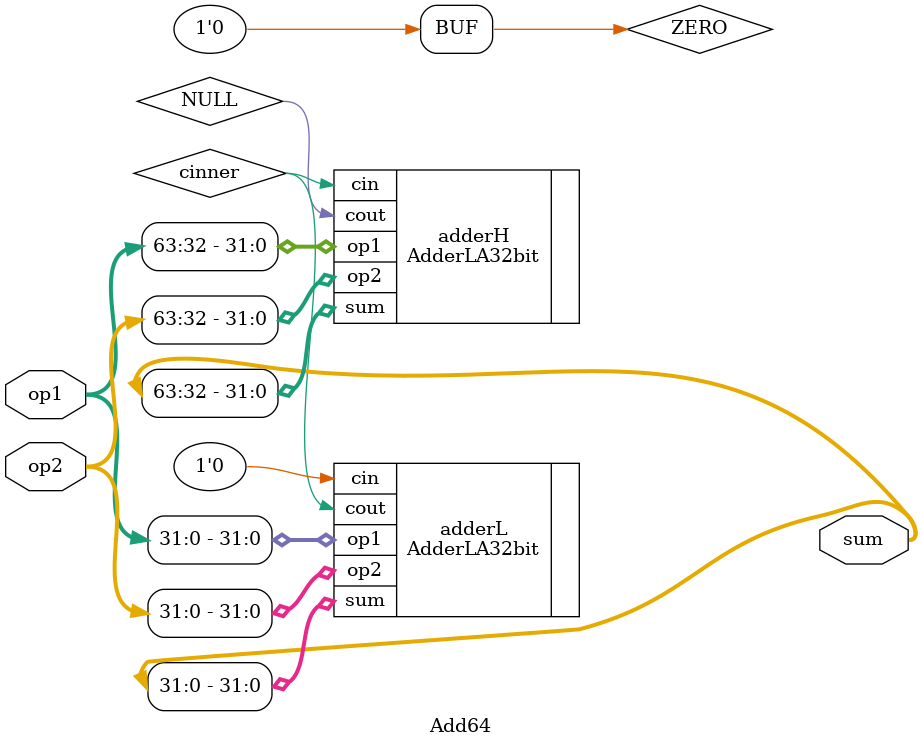
<source format=v>
module Add64(
    input  wire [63:0] op1,
    input  wire [63:0] op2,
    output wire [63:0] sum
);

    reg  ZERO = 1'b0;
    reg  NULL;
    wire cinner;

    AdderLA32bit adderL(
        .op1(op1[31:0]),
        .op2(op2[31:0]),
        .cin(ZERO),
        .sum(sum[31:0]),
        .cout(cinner)
    ); 
    AdderLA32bit adderH(
        .op1(op1[63:32]),
        .op2(op2[63:32]),
        .cin(cinner),
        .sum(sum[63:32]),
        .cout(NULL)
    );

endmodule
</source>
